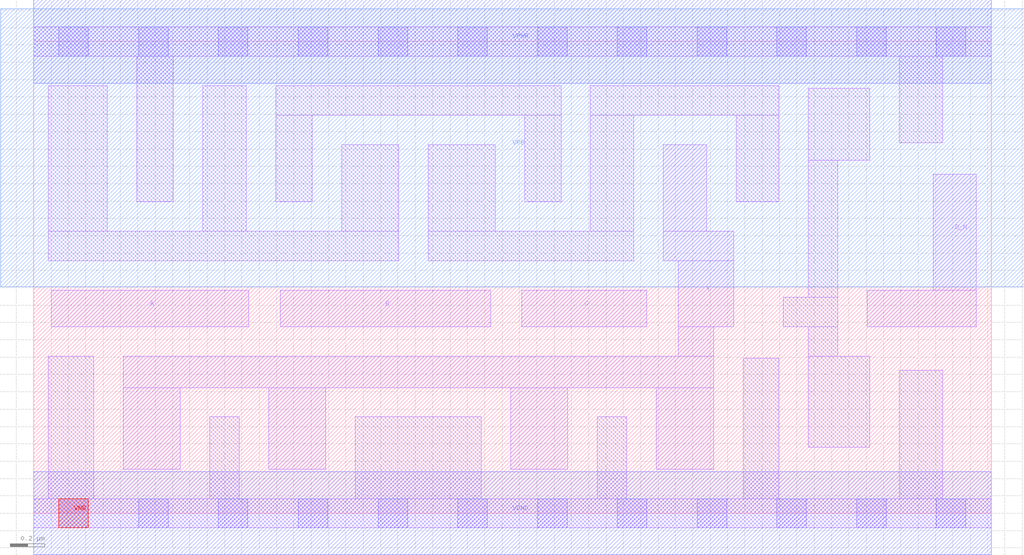
<source format=lef>
# Copyright 2020 The SkyWater PDK Authors
#
# Licensed under the Apache License, Version 2.0 (the "License");
# you may not use this file except in compliance with the License.
# You may obtain a copy of the License at
#
#     https://www.apache.org/licenses/LICENSE-2.0
#
# Unless required by applicable law or agreed to in writing, software
# distributed under the License is distributed on an "AS IS" BASIS,
# WITHOUT WARRANTIES OR CONDITIONS OF ANY KIND, either express or implied.
# See the License for the specific language governing permissions and
# limitations under the License.
#
# SPDX-License-Identifier: Apache-2.0

VERSION 5.7 ;
  NOWIREEXTENSIONATPIN ON ;
  DIVIDERCHAR "/" ;
  BUSBITCHARS "[]" ;
MACRO sky130_fd_sc_hd__nor4b_2
  CLASS CORE ;
  FOREIGN sky130_fd_sc_hd__nor4b_2 ;
  ORIGIN  0.000000  0.000000 ;
  SIZE  5.520000 BY  2.720000 ;
  SYMMETRY X Y R90 ;
  SITE unithd ;
  PIN A
    ANTENNAGATEAREA  0.495000 ;
    DIRECTION INPUT ;
    USE SIGNAL ;
    PORT
      LAYER li1 ;
        RECT 0.100000 1.075000 1.240000 1.285000 ;
    END
  END A
  PIN B
    ANTENNAGATEAREA  0.495000 ;
    DIRECTION INPUT ;
    USE SIGNAL ;
    PORT
      LAYER li1 ;
        RECT 1.420000 1.075000 2.635000 1.285000 ;
    END
  END B
  PIN C
    ANTENNAGATEAREA  0.495000 ;
    DIRECTION INPUT ;
    USE SIGNAL ;
    PORT
      LAYER li1 ;
        RECT 2.815000 1.075000 3.535000 1.285000 ;
    END
  END C
  PIN D_N
    ANTENNAGATEAREA  0.126000 ;
    DIRECTION INPUT ;
    USE SIGNAL ;
    PORT
      LAYER li1 ;
        RECT 4.805000 1.075000 5.435000 1.285000 ;
        RECT 5.185000 1.285000 5.435000 1.955000 ;
    END
  END D_N
  PIN VNB
    PORT
      LAYER pwell ;
        RECT 0.145000 -0.085000 0.315000 0.085000 ;
    END
  END VNB
  PIN VPB
    PORT
      LAYER nwell ;
        RECT -0.190000 1.305000 5.710000 2.910000 ;
    END
  END VPB
  PIN Y
    ANTENNADIFFAREA  0.972000 ;
    DIRECTION OUTPUT ;
    USE SIGNAL ;
    PORT
      LAYER li1 ;
        RECT 0.515000 0.255000 0.845000 0.725000 ;
        RECT 0.515000 0.725000 3.920000 0.905000 ;
        RECT 1.355000 0.255000 1.685000 0.725000 ;
        RECT 2.750000 0.255000 3.080000 0.725000 ;
        RECT 3.590000 0.255000 3.920000 0.725000 ;
        RECT 3.630000 1.455000 4.035000 1.625000 ;
        RECT 3.630000 1.625000 3.880000 2.125000 ;
        RECT 3.715000 0.905000 3.920000 1.075000 ;
        RECT 3.715000 1.075000 4.035000 1.455000 ;
    END
  END Y
  PIN VGND
    DIRECTION INOUT ;
    SHAPE ABUTMENT ;
    USE GROUND ;
    PORT
      LAYER met1 ;
        RECT 0.000000 -0.240000 5.520000 0.240000 ;
    END
  END VGND
  PIN VPWR
    DIRECTION INOUT ;
    SHAPE ABUTMENT ;
    USE POWER ;
    PORT
      LAYER met1 ;
        RECT 0.000000 2.480000 5.520000 2.960000 ;
    END
  END VPWR
  OBS
    LAYER li1 ;
      RECT 0.000000 -0.085000 5.520000 0.085000 ;
      RECT 0.000000  2.635000 5.520000 2.805000 ;
      RECT 0.085000  0.085000 0.345000 0.905000 ;
      RECT 0.085000  1.455000 2.105000 1.625000 ;
      RECT 0.085000  1.625000 0.425000 2.465000 ;
      RECT 0.595000  1.795000 0.805000 2.635000 ;
      RECT 0.975000  1.625000 1.225000 2.465000 ;
      RECT 1.015000  0.085000 1.185000 0.555000 ;
      RECT 1.395000  1.795000 1.605000 2.295000 ;
      RECT 1.395000  2.295000 3.040000 2.465000 ;
      RECT 1.775000  1.625000 2.105000 2.125000 ;
      RECT 1.855000  0.085000 2.580000 0.555000 ;
      RECT 2.275000  1.455000 3.460000 1.625000 ;
      RECT 2.275000  1.625000 2.660000 2.125000 ;
      RECT 2.830000  1.795000 3.040000 2.295000 ;
      RECT 3.210000  1.625000 3.460000 2.295000 ;
      RECT 3.210000  2.295000 4.295000 2.465000 ;
      RECT 3.250000  0.085000 3.420000 0.555000 ;
      RECT 4.050000  1.795000 4.295000 2.295000 ;
      RECT 4.090000  0.085000 4.295000 0.895000 ;
      RECT 4.320000  1.075000 4.635000 1.245000 ;
      RECT 4.465000  0.380000 4.820000 0.905000 ;
      RECT 4.465000  0.905000 4.635000 1.075000 ;
      RECT 4.465000  1.245000 4.635000 2.035000 ;
      RECT 4.465000  2.035000 4.820000 2.450000 ;
      RECT 4.990000  0.085000 5.240000 0.825000 ;
      RECT 4.990000  2.135000 5.240000 2.635000 ;
    LAYER mcon ;
      RECT 0.145000 -0.085000 0.315000 0.085000 ;
      RECT 0.145000  2.635000 0.315000 2.805000 ;
      RECT 0.605000 -0.085000 0.775000 0.085000 ;
      RECT 0.605000  2.635000 0.775000 2.805000 ;
      RECT 1.065000 -0.085000 1.235000 0.085000 ;
      RECT 1.065000  2.635000 1.235000 2.805000 ;
      RECT 1.525000 -0.085000 1.695000 0.085000 ;
      RECT 1.525000  2.635000 1.695000 2.805000 ;
      RECT 1.985000 -0.085000 2.155000 0.085000 ;
      RECT 1.985000  2.635000 2.155000 2.805000 ;
      RECT 2.445000 -0.085000 2.615000 0.085000 ;
      RECT 2.445000  2.635000 2.615000 2.805000 ;
      RECT 2.905000 -0.085000 3.075000 0.085000 ;
      RECT 2.905000  2.635000 3.075000 2.805000 ;
      RECT 3.365000 -0.085000 3.535000 0.085000 ;
      RECT 3.365000  2.635000 3.535000 2.805000 ;
      RECT 3.825000 -0.085000 3.995000 0.085000 ;
      RECT 3.825000  2.635000 3.995000 2.805000 ;
      RECT 4.285000 -0.085000 4.455000 0.085000 ;
      RECT 4.285000  2.635000 4.455000 2.805000 ;
      RECT 4.745000 -0.085000 4.915000 0.085000 ;
      RECT 4.745000  2.635000 4.915000 2.805000 ;
      RECT 5.205000 -0.085000 5.375000 0.085000 ;
      RECT 5.205000  2.635000 5.375000 2.805000 ;
  END
END sky130_fd_sc_hd__nor4b_2
END LIBRARY

</source>
